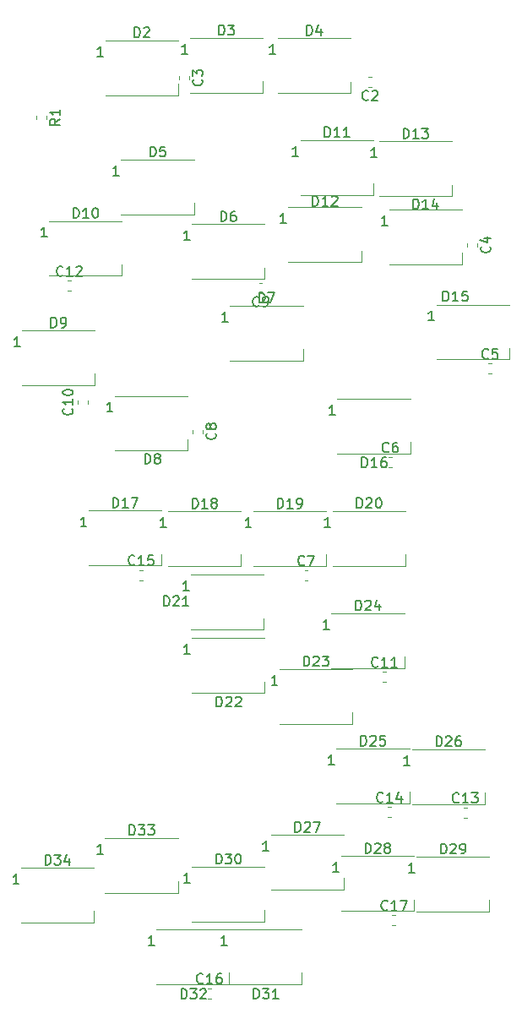
<source format=gbr>
%TF.GenerationSoftware,KiCad,Pcbnew,(5.1.6)-1*%
%TF.CreationDate,2020-12-18T20:13:03+11:00*%
%TF.ProjectId,SIM PWR PCB V2,53494d20-5057-4522-9050-43422056322e,rev?*%
%TF.SameCoordinates,Original*%
%TF.FileFunction,Legend,Top*%
%TF.FilePolarity,Positive*%
%FSLAX46Y46*%
G04 Gerber Fmt 4.6, Leading zero omitted, Abs format (unit mm)*
G04 Created by KiCad (PCBNEW (5.1.6)-1) date 2020-12-18 20:13:03*
%MOMM*%
%LPD*%
G01*
G04 APERTURE LIST*
%ADD10C,0.120000*%
%ADD11C,0.150000*%
G04 APERTURE END LIST*
D10*
%TO.C,R1*%
X100820760Y-58310661D02*
X100820760Y-58636219D01*
X101840760Y-58310661D02*
X101840760Y-58636219D01*
%TO.C,C17*%
X136519601Y-139427680D02*
X136845159Y-139427680D01*
X136519601Y-138407680D02*
X136845159Y-138407680D01*
%TO.C,C16*%
X118023521Y-146763200D02*
X118349079Y-146763200D01*
X118023521Y-145743200D02*
X118349079Y-145743200D01*
%TO.C,C15*%
X111178021Y-104845580D02*
X111503579Y-104845580D01*
X111178021Y-103825580D02*
X111503579Y-103825580D01*
%TO.C,C14*%
X136077841Y-128609820D02*
X136403399Y-128609820D01*
X136077841Y-127589820D02*
X136403399Y-127589820D01*
%TO.C,C13*%
X143662081Y-128653000D02*
X143987639Y-128653000D01*
X143662081Y-127633000D02*
X143987639Y-127633000D01*
%TO.C,C12*%
X103977321Y-75866720D02*
X104302879Y-75866720D01*
X103977321Y-74846720D02*
X104302879Y-74846720D01*
%TO.C,C11*%
X135569641Y-115048760D02*
X135895199Y-115048760D01*
X135569641Y-114028760D02*
X135895199Y-114028760D01*
%TO.C,C10*%
X105991120Y-87168039D02*
X105991120Y-86842481D01*
X104971120Y-87168039D02*
X104971120Y-86842481D01*
%TO.C,C9*%
X123487499Y-75032140D02*
X123161941Y-75032140D01*
X123487499Y-76052140D02*
X123161941Y-76052140D01*
%TO.C,C8*%
X116467160Y-89788781D02*
X116467160Y-90114339D01*
X117487160Y-89788781D02*
X117487160Y-90114339D01*
%TO.C,C7*%
X127726121Y-104873520D02*
X128051679Y-104873520D01*
X127726121Y-103853520D02*
X128051679Y-103853520D01*
%TO.C,C6*%
X136164001Y-93527340D02*
X136489559Y-93527340D01*
X136164001Y-92507340D02*
X136489559Y-92507340D01*
%TO.C,C5*%
X146156361Y-84157280D02*
X146481919Y-84157280D01*
X146156361Y-83137280D02*
X146481919Y-83137280D01*
%TO.C,C4*%
X143990600Y-71076601D02*
X143990600Y-71402159D01*
X145010600Y-71076601D02*
X145010600Y-71402159D01*
%TO.C,C3*%
X115123500Y-54338001D02*
X115123500Y-54663559D01*
X116143500Y-54338001D02*
X116143500Y-54663559D01*
%TO.C,C2*%
X134465179Y-54379400D02*
X134139621Y-54379400D01*
X134465179Y-55399400D02*
X134139621Y-55399400D01*
%TO.C,D34*%
X99310000Y-133673000D02*
X106610000Y-133673000D01*
X99310000Y-139173000D02*
X106610000Y-139173000D01*
X106610000Y-139173000D02*
X106610000Y-138023000D01*
%TO.C,D33*%
X107743000Y-130676000D02*
X115043000Y-130676000D01*
X107743000Y-136176000D02*
X115043000Y-136176000D01*
X115043000Y-136176000D02*
X115043000Y-135026000D01*
%TO.C,D32*%
X112874000Y-139820000D02*
X120174000Y-139820000D01*
X112874000Y-145320000D02*
X120174000Y-145320000D01*
X120174000Y-145320000D02*
X120174000Y-144170000D01*
%TO.C,D31*%
X120161000Y-139820000D02*
X127461000Y-139820000D01*
X120161000Y-145320000D02*
X127461000Y-145320000D01*
X127461000Y-145320000D02*
X127461000Y-144170000D01*
%TO.C,D30*%
X116441000Y-133572000D02*
X123741000Y-133572000D01*
X116441000Y-139072000D02*
X123741000Y-139072000D01*
X123741000Y-139072000D02*
X123741000Y-137922000D01*
%TO.C,D29*%
X138957000Y-132556000D02*
X146257000Y-132556000D01*
X138957000Y-138056000D02*
X146257000Y-138056000D01*
X146257000Y-138056000D02*
X146257000Y-136906000D01*
%TO.C,D28*%
X131388000Y-132505000D02*
X138688000Y-132505000D01*
X131388000Y-138005000D02*
X138688000Y-138005000D01*
X138688000Y-138005000D02*
X138688000Y-136855000D01*
%TO.C,D27*%
X124342040Y-130371000D02*
X131642040Y-130371000D01*
X124342040Y-135871000D02*
X131642040Y-135871000D01*
X131642040Y-135871000D02*
X131642040Y-134721000D01*
%TO.C,D26*%
X138500000Y-121786000D02*
X145800000Y-121786000D01*
X138500000Y-127286000D02*
X145800000Y-127286000D01*
X145800000Y-127286000D02*
X145800000Y-126136000D01*
%TO.C,D25*%
X130931000Y-121735000D02*
X138231000Y-121735000D01*
X130931000Y-127235000D02*
X138231000Y-127235000D01*
X138231000Y-127235000D02*
X138231000Y-126085000D01*
%TO.C,D24*%
X130423000Y-108172000D02*
X137723000Y-108172000D01*
X130423000Y-113672000D02*
X137723000Y-113672000D01*
X137723000Y-113672000D02*
X137723000Y-112522000D01*
%TO.C,D23*%
X125218000Y-113760000D02*
X132518000Y-113760000D01*
X125218000Y-119260000D02*
X132518000Y-119260000D01*
X132518000Y-119260000D02*
X132518000Y-118110000D01*
%TO.C,D22*%
X116430000Y-110661000D02*
X123730000Y-110661000D01*
X116430000Y-116161000D02*
X123730000Y-116161000D01*
X123730000Y-116161000D02*
X123730000Y-115011000D01*
%TO.C,D21*%
X116351000Y-104311000D02*
X123651000Y-104311000D01*
X116351000Y-109811000D02*
X123651000Y-109811000D01*
X123651000Y-109811000D02*
X123651000Y-108661000D01*
%TO.C,D20*%
X130524000Y-97910000D02*
X137824000Y-97910000D01*
X130524000Y-103410000D02*
X137824000Y-103410000D01*
X137824000Y-103410000D02*
X137824000Y-102260000D01*
%TO.C,D19*%
X122588000Y-97936000D02*
X129888000Y-97936000D01*
X122588000Y-103436000D02*
X129888000Y-103436000D01*
X129888000Y-103436000D02*
X129888000Y-102286000D01*
%TO.C,D18*%
X114054000Y-97936000D02*
X121354000Y-97936000D01*
X114054000Y-103436000D02*
X121354000Y-103436000D01*
X121354000Y-103436000D02*
X121354000Y-102286000D01*
%TO.C,D17*%
X106078000Y-97885000D02*
X113378000Y-97885000D01*
X106078000Y-103385000D02*
X113378000Y-103385000D01*
X113378000Y-103385000D02*
X113378000Y-102235000D01*
%TO.C,D16*%
X131009000Y-86683200D02*
X138309000Y-86683200D01*
X131009000Y-92183200D02*
X138309000Y-92183200D01*
X138309000Y-92183200D02*
X138309000Y-91033200D01*
%TO.C,D15*%
X140938000Y-77234400D02*
X148238000Y-77234400D01*
X140938000Y-82734400D02*
X148238000Y-82734400D01*
X148238000Y-82734400D02*
X148238000Y-81584400D01*
%TO.C,D14*%
X136242000Y-67684000D02*
X143542000Y-67684000D01*
X136242000Y-73184000D02*
X143542000Y-73184000D01*
X143542000Y-73184000D02*
X143542000Y-72034000D01*
%TO.C,D13*%
X135198000Y-60876800D02*
X142498000Y-60876800D01*
X135198000Y-66376800D02*
X142498000Y-66376800D01*
X142498000Y-66376800D02*
X142498000Y-65226800D01*
%TO.C,D12*%
X126105000Y-67480800D02*
X133405000Y-67480800D01*
X126105000Y-72980800D02*
X133405000Y-72980800D01*
X133405000Y-72980800D02*
X133405000Y-71830800D01*
%TO.C,D11*%
X127312000Y-60750000D02*
X134612000Y-60750000D01*
X127312000Y-66250000D02*
X134612000Y-66250000D01*
X134612000Y-66250000D02*
X134612000Y-65100000D01*
%TO.C,D10*%
X102127000Y-68852400D02*
X109427000Y-68852400D01*
X102127000Y-74352400D02*
X109427000Y-74352400D01*
X109427000Y-74352400D02*
X109427000Y-73202400D01*
%TO.C,D9*%
X99412000Y-79825600D02*
X106712000Y-79825600D01*
X99412000Y-85325600D02*
X106712000Y-85325600D01*
X106712000Y-85325600D02*
X106712000Y-84175600D01*
%TO.C,D8*%
X108708000Y-86378400D02*
X116008000Y-86378400D01*
X108708000Y-91878400D02*
X116008000Y-91878400D01*
X116008000Y-91878400D02*
X116008000Y-90728400D01*
%TO.C,D7*%
X120263000Y-77336000D02*
X127563000Y-77336000D01*
X120263000Y-82836000D02*
X127563000Y-82836000D01*
X127563000Y-82836000D02*
X127563000Y-81686000D01*
%TO.C,D6*%
X116441000Y-69182800D02*
X123741000Y-69182800D01*
X116441000Y-74682800D02*
X123741000Y-74682800D01*
X123741000Y-74682800D02*
X123741000Y-73532800D01*
%TO.C,D5*%
X109341000Y-62705600D02*
X116641000Y-62705600D01*
X109341000Y-68205600D02*
X116641000Y-68205600D01*
X116641000Y-68205600D02*
X116641000Y-67055600D01*
%TO.C,D4*%
X125026000Y-50539200D02*
X132326000Y-50539200D01*
X125026000Y-56039200D02*
X132326000Y-56039200D01*
X132326000Y-56039200D02*
X132326000Y-54889200D01*
%TO.C,D3*%
X116226000Y-50513600D02*
X123526000Y-50513600D01*
X116226000Y-56013600D02*
X123526000Y-56013600D01*
X123526000Y-56013600D02*
X123526000Y-54863600D01*
%TO.C,D2*%
X107754000Y-50742400D02*
X115054000Y-50742400D01*
X107754000Y-56242400D02*
X115054000Y-56242400D01*
X115054000Y-56242400D02*
X115054000Y-55092400D01*
%TO.C,R1*%
D11*
X103213140Y-58640106D02*
X102736950Y-58973440D01*
X103213140Y-59211535D02*
X102213140Y-59211535D01*
X102213140Y-58830582D01*
X102260760Y-58735344D01*
X102308379Y-58687725D01*
X102403617Y-58640106D01*
X102546474Y-58640106D01*
X102641712Y-58687725D01*
X102689331Y-58735344D01*
X102736950Y-58830582D01*
X102736950Y-59211535D01*
X103213140Y-57687725D02*
X103213140Y-58259154D01*
X103213140Y-57973440D02*
X102213140Y-57973440D01*
X102355998Y-58068678D01*
X102451236Y-58163916D01*
X102498855Y-58259154D01*
%TO.C,C17*%
X136039522Y-137844822D02*
X135991903Y-137892441D01*
X135849046Y-137940060D01*
X135753808Y-137940060D01*
X135610951Y-137892441D01*
X135515713Y-137797203D01*
X135468094Y-137701965D01*
X135420475Y-137511489D01*
X135420475Y-137368632D01*
X135468094Y-137178156D01*
X135515713Y-137082918D01*
X135610951Y-136987680D01*
X135753808Y-136940060D01*
X135849046Y-136940060D01*
X135991903Y-136987680D01*
X136039522Y-137035299D01*
X136991903Y-137940060D02*
X136420475Y-137940060D01*
X136706189Y-137940060D02*
X136706189Y-136940060D01*
X136610951Y-137082918D01*
X136515713Y-137178156D01*
X136420475Y-137225775D01*
X137325237Y-136940060D02*
X137991903Y-136940060D01*
X137563332Y-137940060D01*
%TO.C,C16*%
X117543442Y-145180342D02*
X117495823Y-145227961D01*
X117352966Y-145275580D01*
X117257728Y-145275580D01*
X117114871Y-145227961D01*
X117019633Y-145132723D01*
X116972014Y-145037485D01*
X116924395Y-144847009D01*
X116924395Y-144704152D01*
X116972014Y-144513676D01*
X117019633Y-144418438D01*
X117114871Y-144323200D01*
X117257728Y-144275580D01*
X117352966Y-144275580D01*
X117495823Y-144323200D01*
X117543442Y-144370819D01*
X118495823Y-145275580D02*
X117924395Y-145275580D01*
X118210109Y-145275580D02*
X118210109Y-144275580D01*
X118114871Y-144418438D01*
X118019633Y-144513676D01*
X117924395Y-144561295D01*
X119352966Y-144275580D02*
X119162490Y-144275580D01*
X119067252Y-144323200D01*
X119019633Y-144370819D01*
X118924395Y-144513676D01*
X118876776Y-144704152D01*
X118876776Y-145085104D01*
X118924395Y-145180342D01*
X118972014Y-145227961D01*
X119067252Y-145275580D01*
X119257728Y-145275580D01*
X119352966Y-145227961D01*
X119400585Y-145180342D01*
X119448204Y-145085104D01*
X119448204Y-144847009D01*
X119400585Y-144751771D01*
X119352966Y-144704152D01*
X119257728Y-144656533D01*
X119067252Y-144656533D01*
X118972014Y-144704152D01*
X118924395Y-144751771D01*
X118876776Y-144847009D01*
%TO.C,C15*%
X110697942Y-103262722D02*
X110650323Y-103310341D01*
X110507466Y-103357960D01*
X110412228Y-103357960D01*
X110269371Y-103310341D01*
X110174133Y-103215103D01*
X110126514Y-103119865D01*
X110078895Y-102929389D01*
X110078895Y-102786532D01*
X110126514Y-102596056D01*
X110174133Y-102500818D01*
X110269371Y-102405580D01*
X110412228Y-102357960D01*
X110507466Y-102357960D01*
X110650323Y-102405580D01*
X110697942Y-102453199D01*
X111650323Y-103357960D02*
X111078895Y-103357960D01*
X111364609Y-103357960D02*
X111364609Y-102357960D01*
X111269371Y-102500818D01*
X111174133Y-102596056D01*
X111078895Y-102643675D01*
X112555085Y-102357960D02*
X112078895Y-102357960D01*
X112031276Y-102834151D01*
X112078895Y-102786532D01*
X112174133Y-102738913D01*
X112412228Y-102738913D01*
X112507466Y-102786532D01*
X112555085Y-102834151D01*
X112602704Y-102929389D01*
X112602704Y-103167484D01*
X112555085Y-103262722D01*
X112507466Y-103310341D01*
X112412228Y-103357960D01*
X112174133Y-103357960D01*
X112078895Y-103310341D01*
X112031276Y-103262722D01*
%TO.C,C14*%
X135597762Y-127026962D02*
X135550143Y-127074581D01*
X135407286Y-127122200D01*
X135312048Y-127122200D01*
X135169191Y-127074581D01*
X135073953Y-126979343D01*
X135026334Y-126884105D01*
X134978715Y-126693629D01*
X134978715Y-126550772D01*
X135026334Y-126360296D01*
X135073953Y-126265058D01*
X135169191Y-126169820D01*
X135312048Y-126122200D01*
X135407286Y-126122200D01*
X135550143Y-126169820D01*
X135597762Y-126217439D01*
X136550143Y-127122200D02*
X135978715Y-127122200D01*
X136264429Y-127122200D02*
X136264429Y-126122200D01*
X136169191Y-126265058D01*
X136073953Y-126360296D01*
X135978715Y-126407915D01*
X137407286Y-126455534D02*
X137407286Y-127122200D01*
X137169191Y-126074581D02*
X136931096Y-126788867D01*
X137550143Y-126788867D01*
%TO.C,C13*%
X143182002Y-127070142D02*
X143134383Y-127117761D01*
X142991526Y-127165380D01*
X142896288Y-127165380D01*
X142753431Y-127117761D01*
X142658193Y-127022523D01*
X142610574Y-126927285D01*
X142562955Y-126736809D01*
X142562955Y-126593952D01*
X142610574Y-126403476D01*
X142658193Y-126308238D01*
X142753431Y-126213000D01*
X142896288Y-126165380D01*
X142991526Y-126165380D01*
X143134383Y-126213000D01*
X143182002Y-126260619D01*
X144134383Y-127165380D02*
X143562955Y-127165380D01*
X143848669Y-127165380D02*
X143848669Y-126165380D01*
X143753431Y-126308238D01*
X143658193Y-126403476D01*
X143562955Y-126451095D01*
X144467717Y-126165380D02*
X145086764Y-126165380D01*
X144753431Y-126546333D01*
X144896288Y-126546333D01*
X144991526Y-126593952D01*
X145039145Y-126641571D01*
X145086764Y-126736809D01*
X145086764Y-126974904D01*
X145039145Y-127070142D01*
X144991526Y-127117761D01*
X144896288Y-127165380D01*
X144610574Y-127165380D01*
X144515336Y-127117761D01*
X144467717Y-127070142D01*
%TO.C,C12*%
X103497242Y-74283862D02*
X103449623Y-74331481D01*
X103306766Y-74379100D01*
X103211528Y-74379100D01*
X103068671Y-74331481D01*
X102973433Y-74236243D01*
X102925814Y-74141005D01*
X102878195Y-73950529D01*
X102878195Y-73807672D01*
X102925814Y-73617196D01*
X102973433Y-73521958D01*
X103068671Y-73426720D01*
X103211528Y-73379100D01*
X103306766Y-73379100D01*
X103449623Y-73426720D01*
X103497242Y-73474339D01*
X104449623Y-74379100D02*
X103878195Y-74379100D01*
X104163909Y-74379100D02*
X104163909Y-73379100D01*
X104068671Y-73521958D01*
X103973433Y-73617196D01*
X103878195Y-73664815D01*
X104830576Y-73474339D02*
X104878195Y-73426720D01*
X104973433Y-73379100D01*
X105211528Y-73379100D01*
X105306766Y-73426720D01*
X105354385Y-73474339D01*
X105402004Y-73569577D01*
X105402004Y-73664815D01*
X105354385Y-73807672D01*
X104782957Y-74379100D01*
X105402004Y-74379100D01*
%TO.C,C11*%
X135089562Y-113465902D02*
X135041943Y-113513521D01*
X134899086Y-113561140D01*
X134803848Y-113561140D01*
X134660991Y-113513521D01*
X134565753Y-113418283D01*
X134518134Y-113323045D01*
X134470515Y-113132569D01*
X134470515Y-112989712D01*
X134518134Y-112799236D01*
X134565753Y-112703998D01*
X134660991Y-112608760D01*
X134803848Y-112561140D01*
X134899086Y-112561140D01*
X135041943Y-112608760D01*
X135089562Y-112656379D01*
X136041943Y-113561140D02*
X135470515Y-113561140D01*
X135756229Y-113561140D02*
X135756229Y-112561140D01*
X135660991Y-112703998D01*
X135565753Y-112799236D01*
X135470515Y-112846855D01*
X136994324Y-113561140D02*
X136422896Y-113561140D01*
X136708610Y-113561140D02*
X136708610Y-112561140D01*
X136613372Y-112703998D01*
X136518134Y-112799236D01*
X136422896Y-112846855D01*
%TO.C,C10*%
X104408262Y-87648117D02*
X104455881Y-87695736D01*
X104503500Y-87838593D01*
X104503500Y-87933831D01*
X104455881Y-88076688D01*
X104360643Y-88171926D01*
X104265405Y-88219545D01*
X104074929Y-88267164D01*
X103932072Y-88267164D01*
X103741596Y-88219545D01*
X103646358Y-88171926D01*
X103551120Y-88076688D01*
X103503500Y-87933831D01*
X103503500Y-87838593D01*
X103551120Y-87695736D01*
X103598739Y-87648117D01*
X104503500Y-86695736D02*
X104503500Y-87267164D01*
X104503500Y-86981450D02*
X103503500Y-86981450D01*
X103646358Y-87076688D01*
X103741596Y-87171926D01*
X103789215Y-87267164D01*
X103503500Y-86076688D02*
X103503500Y-85981450D01*
X103551120Y-85886212D01*
X103598739Y-85838593D01*
X103693977Y-85790974D01*
X103884453Y-85743355D01*
X104122548Y-85743355D01*
X104313024Y-85790974D01*
X104408262Y-85838593D01*
X104455881Y-85886212D01*
X104503500Y-85981450D01*
X104503500Y-86076688D01*
X104455881Y-86171926D01*
X104408262Y-86219545D01*
X104313024Y-86267164D01*
X104122548Y-86314783D01*
X103884453Y-86314783D01*
X103693977Y-86267164D01*
X103598739Y-86219545D01*
X103551120Y-86171926D01*
X103503500Y-86076688D01*
%TO.C,C9*%
X123158053Y-77329282D02*
X123110434Y-77376901D01*
X122967577Y-77424520D01*
X122872339Y-77424520D01*
X122729481Y-77376901D01*
X122634243Y-77281663D01*
X122586624Y-77186425D01*
X122539005Y-76995949D01*
X122539005Y-76853092D01*
X122586624Y-76662616D01*
X122634243Y-76567378D01*
X122729481Y-76472140D01*
X122872339Y-76424520D01*
X122967577Y-76424520D01*
X123110434Y-76472140D01*
X123158053Y-76519759D01*
X123634243Y-77424520D02*
X123824720Y-77424520D01*
X123919958Y-77376901D01*
X123967577Y-77329282D01*
X124062815Y-77186425D01*
X124110434Y-76995949D01*
X124110434Y-76614997D01*
X124062815Y-76519759D01*
X124015196Y-76472140D01*
X123919958Y-76424520D01*
X123729481Y-76424520D01*
X123634243Y-76472140D01*
X123586624Y-76519759D01*
X123539005Y-76614997D01*
X123539005Y-76853092D01*
X123586624Y-76948330D01*
X123634243Y-76995949D01*
X123729481Y-77043568D01*
X123919958Y-77043568D01*
X124015196Y-76995949D01*
X124062815Y-76948330D01*
X124110434Y-76853092D01*
%TO.C,C8*%
X118764302Y-90118226D02*
X118811921Y-90165845D01*
X118859540Y-90308702D01*
X118859540Y-90403940D01*
X118811921Y-90546798D01*
X118716683Y-90642036D01*
X118621445Y-90689655D01*
X118430969Y-90737274D01*
X118288112Y-90737274D01*
X118097636Y-90689655D01*
X118002398Y-90642036D01*
X117907160Y-90546798D01*
X117859540Y-90403940D01*
X117859540Y-90308702D01*
X117907160Y-90165845D01*
X117954779Y-90118226D01*
X118288112Y-89546798D02*
X118240493Y-89642036D01*
X118192874Y-89689655D01*
X118097636Y-89737274D01*
X118050017Y-89737274D01*
X117954779Y-89689655D01*
X117907160Y-89642036D01*
X117859540Y-89546798D01*
X117859540Y-89356321D01*
X117907160Y-89261083D01*
X117954779Y-89213464D01*
X118050017Y-89165845D01*
X118097636Y-89165845D01*
X118192874Y-89213464D01*
X118240493Y-89261083D01*
X118288112Y-89356321D01*
X118288112Y-89546798D01*
X118335731Y-89642036D01*
X118383350Y-89689655D01*
X118478588Y-89737274D01*
X118669064Y-89737274D01*
X118764302Y-89689655D01*
X118811921Y-89642036D01*
X118859540Y-89546798D01*
X118859540Y-89356321D01*
X118811921Y-89261083D01*
X118764302Y-89213464D01*
X118669064Y-89165845D01*
X118478588Y-89165845D01*
X118383350Y-89213464D01*
X118335731Y-89261083D01*
X118288112Y-89356321D01*
%TO.C,C7*%
X127722233Y-103290662D02*
X127674614Y-103338281D01*
X127531757Y-103385900D01*
X127436519Y-103385900D01*
X127293661Y-103338281D01*
X127198423Y-103243043D01*
X127150804Y-103147805D01*
X127103185Y-102957329D01*
X127103185Y-102814472D01*
X127150804Y-102623996D01*
X127198423Y-102528758D01*
X127293661Y-102433520D01*
X127436519Y-102385900D01*
X127531757Y-102385900D01*
X127674614Y-102433520D01*
X127722233Y-102481139D01*
X128055566Y-102385900D02*
X128722233Y-102385900D01*
X128293661Y-103385900D01*
%TO.C,C6*%
X136160113Y-91944482D02*
X136112494Y-91992101D01*
X135969637Y-92039720D01*
X135874399Y-92039720D01*
X135731541Y-91992101D01*
X135636303Y-91896863D01*
X135588684Y-91801625D01*
X135541065Y-91611149D01*
X135541065Y-91468292D01*
X135588684Y-91277816D01*
X135636303Y-91182578D01*
X135731541Y-91087340D01*
X135874399Y-91039720D01*
X135969637Y-91039720D01*
X136112494Y-91087340D01*
X136160113Y-91134959D01*
X137017256Y-91039720D02*
X136826780Y-91039720D01*
X136731541Y-91087340D01*
X136683922Y-91134959D01*
X136588684Y-91277816D01*
X136541065Y-91468292D01*
X136541065Y-91849244D01*
X136588684Y-91944482D01*
X136636303Y-91992101D01*
X136731541Y-92039720D01*
X136922018Y-92039720D01*
X137017256Y-91992101D01*
X137064875Y-91944482D01*
X137112494Y-91849244D01*
X137112494Y-91611149D01*
X137064875Y-91515911D01*
X137017256Y-91468292D01*
X136922018Y-91420673D01*
X136731541Y-91420673D01*
X136636303Y-91468292D01*
X136588684Y-91515911D01*
X136541065Y-91611149D01*
%TO.C,C5*%
X146152473Y-82574422D02*
X146104854Y-82622041D01*
X145961997Y-82669660D01*
X145866759Y-82669660D01*
X145723901Y-82622041D01*
X145628663Y-82526803D01*
X145581044Y-82431565D01*
X145533425Y-82241089D01*
X145533425Y-82098232D01*
X145581044Y-81907756D01*
X145628663Y-81812518D01*
X145723901Y-81717280D01*
X145866759Y-81669660D01*
X145961997Y-81669660D01*
X146104854Y-81717280D01*
X146152473Y-81764899D01*
X147057235Y-81669660D02*
X146581044Y-81669660D01*
X146533425Y-82145851D01*
X146581044Y-82098232D01*
X146676282Y-82050613D01*
X146914378Y-82050613D01*
X147009616Y-82098232D01*
X147057235Y-82145851D01*
X147104854Y-82241089D01*
X147104854Y-82479184D01*
X147057235Y-82574422D01*
X147009616Y-82622041D01*
X146914378Y-82669660D01*
X146676282Y-82669660D01*
X146581044Y-82622041D01*
X146533425Y-82574422D01*
%TO.C,C4*%
X146287742Y-71406046D02*
X146335361Y-71453665D01*
X146382980Y-71596522D01*
X146382980Y-71691760D01*
X146335361Y-71834618D01*
X146240123Y-71929856D01*
X146144885Y-71977475D01*
X145954409Y-72025094D01*
X145811552Y-72025094D01*
X145621076Y-71977475D01*
X145525838Y-71929856D01*
X145430600Y-71834618D01*
X145382980Y-71691760D01*
X145382980Y-71596522D01*
X145430600Y-71453665D01*
X145478219Y-71406046D01*
X145716314Y-70548903D02*
X146382980Y-70548903D01*
X145335361Y-70786999D02*
X146049647Y-71025094D01*
X146049647Y-70406046D01*
%TO.C,C3*%
X117420642Y-54667446D02*
X117468261Y-54715065D01*
X117515880Y-54857922D01*
X117515880Y-54953160D01*
X117468261Y-55096018D01*
X117373023Y-55191256D01*
X117277785Y-55238875D01*
X117087309Y-55286494D01*
X116944452Y-55286494D01*
X116753976Y-55238875D01*
X116658738Y-55191256D01*
X116563500Y-55096018D01*
X116515880Y-54953160D01*
X116515880Y-54857922D01*
X116563500Y-54715065D01*
X116611119Y-54667446D01*
X116515880Y-54334113D02*
X116515880Y-53715065D01*
X116896833Y-54048399D01*
X116896833Y-53905541D01*
X116944452Y-53810303D01*
X116992071Y-53762684D01*
X117087309Y-53715065D01*
X117325404Y-53715065D01*
X117420642Y-53762684D01*
X117468261Y-53810303D01*
X117515880Y-53905541D01*
X117515880Y-54191256D01*
X117468261Y-54286494D01*
X117420642Y-54334113D01*
%TO.C,C2*%
X134135733Y-56676542D02*
X134088114Y-56724161D01*
X133945257Y-56771780D01*
X133850019Y-56771780D01*
X133707161Y-56724161D01*
X133611923Y-56628923D01*
X133564304Y-56533685D01*
X133516685Y-56343209D01*
X133516685Y-56200352D01*
X133564304Y-56009876D01*
X133611923Y-55914638D01*
X133707161Y-55819400D01*
X133850019Y-55771780D01*
X133945257Y-55771780D01*
X134088114Y-55819400D01*
X134135733Y-55867019D01*
X134516685Y-55867019D02*
X134564304Y-55819400D01*
X134659542Y-55771780D01*
X134897638Y-55771780D01*
X134992876Y-55819400D01*
X135040495Y-55867019D01*
X135088114Y-55962257D01*
X135088114Y-56057495D01*
X135040495Y-56200352D01*
X134469066Y-56771780D01*
X135088114Y-56771780D01*
%TO.C,D34*%
X101745714Y-133375380D02*
X101745714Y-132375380D01*
X101983809Y-132375380D01*
X102126666Y-132423000D01*
X102221904Y-132518238D01*
X102269523Y-132613476D01*
X102317142Y-132803952D01*
X102317142Y-132946809D01*
X102269523Y-133137285D01*
X102221904Y-133232523D01*
X102126666Y-133327761D01*
X101983809Y-133375380D01*
X101745714Y-133375380D01*
X102650476Y-132375380D02*
X103269523Y-132375380D01*
X102936190Y-132756333D01*
X103079047Y-132756333D01*
X103174285Y-132803952D01*
X103221904Y-132851571D01*
X103269523Y-132946809D01*
X103269523Y-133184904D01*
X103221904Y-133280142D01*
X103174285Y-133327761D01*
X103079047Y-133375380D01*
X102793333Y-133375380D01*
X102698095Y-133327761D01*
X102650476Y-133280142D01*
X104126666Y-132708714D02*
X104126666Y-133375380D01*
X103888571Y-132327761D02*
X103650476Y-133042047D01*
X104269523Y-133042047D01*
X99095714Y-135275380D02*
X98524285Y-135275380D01*
X98810000Y-135275380D02*
X98810000Y-134275380D01*
X98714761Y-134418238D01*
X98619523Y-134513476D01*
X98524285Y-134561095D01*
%TO.C,D33*%
X110178714Y-130378380D02*
X110178714Y-129378380D01*
X110416809Y-129378380D01*
X110559666Y-129426000D01*
X110654904Y-129521238D01*
X110702523Y-129616476D01*
X110750142Y-129806952D01*
X110750142Y-129949809D01*
X110702523Y-130140285D01*
X110654904Y-130235523D01*
X110559666Y-130330761D01*
X110416809Y-130378380D01*
X110178714Y-130378380D01*
X111083476Y-129378380D02*
X111702523Y-129378380D01*
X111369190Y-129759333D01*
X111512047Y-129759333D01*
X111607285Y-129806952D01*
X111654904Y-129854571D01*
X111702523Y-129949809D01*
X111702523Y-130187904D01*
X111654904Y-130283142D01*
X111607285Y-130330761D01*
X111512047Y-130378380D01*
X111226333Y-130378380D01*
X111131095Y-130330761D01*
X111083476Y-130283142D01*
X112035857Y-129378380D02*
X112654904Y-129378380D01*
X112321571Y-129759333D01*
X112464428Y-129759333D01*
X112559666Y-129806952D01*
X112607285Y-129854571D01*
X112654904Y-129949809D01*
X112654904Y-130187904D01*
X112607285Y-130283142D01*
X112559666Y-130330761D01*
X112464428Y-130378380D01*
X112178714Y-130378380D01*
X112083476Y-130330761D01*
X112035857Y-130283142D01*
X107528714Y-132278380D02*
X106957285Y-132278380D01*
X107243000Y-132278380D02*
X107243000Y-131278380D01*
X107147761Y-131421238D01*
X107052523Y-131516476D01*
X106957285Y-131564095D01*
%TO.C,D32*%
X115371714Y-146807180D02*
X115371714Y-145807180D01*
X115609809Y-145807180D01*
X115752666Y-145854800D01*
X115847904Y-145950038D01*
X115895523Y-146045276D01*
X115943142Y-146235752D01*
X115943142Y-146378609D01*
X115895523Y-146569085D01*
X115847904Y-146664323D01*
X115752666Y-146759561D01*
X115609809Y-146807180D01*
X115371714Y-146807180D01*
X116276476Y-145807180D02*
X116895523Y-145807180D01*
X116562190Y-146188133D01*
X116705047Y-146188133D01*
X116800285Y-146235752D01*
X116847904Y-146283371D01*
X116895523Y-146378609D01*
X116895523Y-146616704D01*
X116847904Y-146711942D01*
X116800285Y-146759561D01*
X116705047Y-146807180D01*
X116419333Y-146807180D01*
X116324095Y-146759561D01*
X116276476Y-146711942D01*
X117276476Y-145902419D02*
X117324095Y-145854800D01*
X117419333Y-145807180D01*
X117657428Y-145807180D01*
X117752666Y-145854800D01*
X117800285Y-145902419D01*
X117847904Y-145997657D01*
X117847904Y-146092895D01*
X117800285Y-146235752D01*
X117228857Y-146807180D01*
X117847904Y-146807180D01*
X112659714Y-141422380D02*
X112088285Y-141422380D01*
X112374000Y-141422380D02*
X112374000Y-140422380D01*
X112278761Y-140565238D01*
X112183523Y-140660476D01*
X112088285Y-140708095D01*
%TO.C,D31*%
X122636114Y-146781780D02*
X122636114Y-145781780D01*
X122874209Y-145781780D01*
X123017066Y-145829400D01*
X123112304Y-145924638D01*
X123159923Y-146019876D01*
X123207542Y-146210352D01*
X123207542Y-146353209D01*
X123159923Y-146543685D01*
X123112304Y-146638923D01*
X123017066Y-146734161D01*
X122874209Y-146781780D01*
X122636114Y-146781780D01*
X123540876Y-145781780D02*
X124159923Y-145781780D01*
X123826590Y-146162733D01*
X123969447Y-146162733D01*
X124064685Y-146210352D01*
X124112304Y-146257971D01*
X124159923Y-146353209D01*
X124159923Y-146591304D01*
X124112304Y-146686542D01*
X124064685Y-146734161D01*
X123969447Y-146781780D01*
X123683733Y-146781780D01*
X123588495Y-146734161D01*
X123540876Y-146686542D01*
X125112304Y-146781780D02*
X124540876Y-146781780D01*
X124826590Y-146781780D02*
X124826590Y-145781780D01*
X124731352Y-145924638D01*
X124636114Y-146019876D01*
X124540876Y-146067495D01*
X119946714Y-141422380D02*
X119375285Y-141422380D01*
X119661000Y-141422380D02*
X119661000Y-140422380D01*
X119565761Y-140565238D01*
X119470523Y-140660476D01*
X119375285Y-140708095D01*
%TO.C,D30*%
X118876714Y-133274380D02*
X118876714Y-132274380D01*
X119114809Y-132274380D01*
X119257666Y-132322000D01*
X119352904Y-132417238D01*
X119400523Y-132512476D01*
X119448142Y-132702952D01*
X119448142Y-132845809D01*
X119400523Y-133036285D01*
X119352904Y-133131523D01*
X119257666Y-133226761D01*
X119114809Y-133274380D01*
X118876714Y-133274380D01*
X119781476Y-132274380D02*
X120400523Y-132274380D01*
X120067190Y-132655333D01*
X120210047Y-132655333D01*
X120305285Y-132702952D01*
X120352904Y-132750571D01*
X120400523Y-132845809D01*
X120400523Y-133083904D01*
X120352904Y-133179142D01*
X120305285Y-133226761D01*
X120210047Y-133274380D01*
X119924333Y-133274380D01*
X119829095Y-133226761D01*
X119781476Y-133179142D01*
X121019571Y-132274380D02*
X121114809Y-132274380D01*
X121210047Y-132322000D01*
X121257666Y-132369619D01*
X121305285Y-132464857D01*
X121352904Y-132655333D01*
X121352904Y-132893428D01*
X121305285Y-133083904D01*
X121257666Y-133179142D01*
X121210047Y-133226761D01*
X121114809Y-133274380D01*
X121019571Y-133274380D01*
X120924333Y-133226761D01*
X120876714Y-133179142D01*
X120829095Y-133083904D01*
X120781476Y-132893428D01*
X120781476Y-132655333D01*
X120829095Y-132464857D01*
X120876714Y-132369619D01*
X120924333Y-132322000D01*
X121019571Y-132274380D01*
X116226714Y-135174380D02*
X115655285Y-135174380D01*
X115941000Y-135174380D02*
X115941000Y-134174380D01*
X115845761Y-134317238D01*
X115750523Y-134412476D01*
X115655285Y-134460095D01*
%TO.C,D29*%
X141392714Y-132258380D02*
X141392714Y-131258380D01*
X141630809Y-131258380D01*
X141773666Y-131306000D01*
X141868904Y-131401238D01*
X141916523Y-131496476D01*
X141964142Y-131686952D01*
X141964142Y-131829809D01*
X141916523Y-132020285D01*
X141868904Y-132115523D01*
X141773666Y-132210761D01*
X141630809Y-132258380D01*
X141392714Y-132258380D01*
X142345095Y-131353619D02*
X142392714Y-131306000D01*
X142487952Y-131258380D01*
X142726047Y-131258380D01*
X142821285Y-131306000D01*
X142868904Y-131353619D01*
X142916523Y-131448857D01*
X142916523Y-131544095D01*
X142868904Y-131686952D01*
X142297476Y-132258380D01*
X142916523Y-132258380D01*
X143392714Y-132258380D02*
X143583190Y-132258380D01*
X143678428Y-132210761D01*
X143726047Y-132163142D01*
X143821285Y-132020285D01*
X143868904Y-131829809D01*
X143868904Y-131448857D01*
X143821285Y-131353619D01*
X143773666Y-131306000D01*
X143678428Y-131258380D01*
X143487952Y-131258380D01*
X143392714Y-131306000D01*
X143345095Y-131353619D01*
X143297476Y-131448857D01*
X143297476Y-131686952D01*
X143345095Y-131782190D01*
X143392714Y-131829809D01*
X143487952Y-131877428D01*
X143678428Y-131877428D01*
X143773666Y-131829809D01*
X143821285Y-131782190D01*
X143868904Y-131686952D01*
X138742714Y-134158380D02*
X138171285Y-134158380D01*
X138457000Y-134158380D02*
X138457000Y-133158380D01*
X138361761Y-133301238D01*
X138266523Y-133396476D01*
X138171285Y-133444095D01*
%TO.C,D28*%
X133823714Y-132207380D02*
X133823714Y-131207380D01*
X134061809Y-131207380D01*
X134204666Y-131255000D01*
X134299904Y-131350238D01*
X134347523Y-131445476D01*
X134395142Y-131635952D01*
X134395142Y-131778809D01*
X134347523Y-131969285D01*
X134299904Y-132064523D01*
X134204666Y-132159761D01*
X134061809Y-132207380D01*
X133823714Y-132207380D01*
X134776095Y-131302619D02*
X134823714Y-131255000D01*
X134918952Y-131207380D01*
X135157047Y-131207380D01*
X135252285Y-131255000D01*
X135299904Y-131302619D01*
X135347523Y-131397857D01*
X135347523Y-131493095D01*
X135299904Y-131635952D01*
X134728476Y-132207380D01*
X135347523Y-132207380D01*
X135918952Y-131635952D02*
X135823714Y-131588333D01*
X135776095Y-131540714D01*
X135728476Y-131445476D01*
X135728476Y-131397857D01*
X135776095Y-131302619D01*
X135823714Y-131255000D01*
X135918952Y-131207380D01*
X136109428Y-131207380D01*
X136204666Y-131255000D01*
X136252285Y-131302619D01*
X136299904Y-131397857D01*
X136299904Y-131445476D01*
X136252285Y-131540714D01*
X136204666Y-131588333D01*
X136109428Y-131635952D01*
X135918952Y-131635952D01*
X135823714Y-131683571D01*
X135776095Y-131731190D01*
X135728476Y-131826428D01*
X135728476Y-132016904D01*
X135776095Y-132112142D01*
X135823714Y-132159761D01*
X135918952Y-132207380D01*
X136109428Y-132207380D01*
X136204666Y-132159761D01*
X136252285Y-132112142D01*
X136299904Y-132016904D01*
X136299904Y-131826428D01*
X136252285Y-131731190D01*
X136204666Y-131683571D01*
X136109428Y-131635952D01*
X131173714Y-134107380D02*
X130602285Y-134107380D01*
X130888000Y-134107380D02*
X130888000Y-133107380D01*
X130792761Y-133250238D01*
X130697523Y-133345476D01*
X130602285Y-133393095D01*
%TO.C,D27*%
X126777754Y-130073380D02*
X126777754Y-129073380D01*
X127015849Y-129073380D01*
X127158706Y-129121000D01*
X127253944Y-129216238D01*
X127301563Y-129311476D01*
X127349182Y-129501952D01*
X127349182Y-129644809D01*
X127301563Y-129835285D01*
X127253944Y-129930523D01*
X127158706Y-130025761D01*
X127015849Y-130073380D01*
X126777754Y-130073380D01*
X127730135Y-129168619D02*
X127777754Y-129121000D01*
X127872992Y-129073380D01*
X128111087Y-129073380D01*
X128206325Y-129121000D01*
X128253944Y-129168619D01*
X128301563Y-129263857D01*
X128301563Y-129359095D01*
X128253944Y-129501952D01*
X127682516Y-130073380D01*
X128301563Y-130073380D01*
X128634897Y-129073380D02*
X129301563Y-129073380D01*
X128872992Y-130073380D01*
X124127754Y-131973380D02*
X123556325Y-131973380D01*
X123842040Y-131973380D02*
X123842040Y-130973380D01*
X123746801Y-131116238D01*
X123651563Y-131211476D01*
X123556325Y-131259095D01*
%TO.C,D26*%
X140935714Y-121488380D02*
X140935714Y-120488380D01*
X141173809Y-120488380D01*
X141316666Y-120536000D01*
X141411904Y-120631238D01*
X141459523Y-120726476D01*
X141507142Y-120916952D01*
X141507142Y-121059809D01*
X141459523Y-121250285D01*
X141411904Y-121345523D01*
X141316666Y-121440761D01*
X141173809Y-121488380D01*
X140935714Y-121488380D01*
X141888095Y-120583619D02*
X141935714Y-120536000D01*
X142030952Y-120488380D01*
X142269047Y-120488380D01*
X142364285Y-120536000D01*
X142411904Y-120583619D01*
X142459523Y-120678857D01*
X142459523Y-120774095D01*
X142411904Y-120916952D01*
X141840476Y-121488380D01*
X142459523Y-121488380D01*
X143316666Y-120488380D02*
X143126190Y-120488380D01*
X143030952Y-120536000D01*
X142983333Y-120583619D01*
X142888095Y-120726476D01*
X142840476Y-120916952D01*
X142840476Y-121297904D01*
X142888095Y-121393142D01*
X142935714Y-121440761D01*
X143030952Y-121488380D01*
X143221428Y-121488380D01*
X143316666Y-121440761D01*
X143364285Y-121393142D01*
X143411904Y-121297904D01*
X143411904Y-121059809D01*
X143364285Y-120964571D01*
X143316666Y-120916952D01*
X143221428Y-120869333D01*
X143030952Y-120869333D01*
X142935714Y-120916952D01*
X142888095Y-120964571D01*
X142840476Y-121059809D01*
X138285714Y-123388380D02*
X137714285Y-123388380D01*
X138000000Y-123388380D02*
X138000000Y-122388380D01*
X137904761Y-122531238D01*
X137809523Y-122626476D01*
X137714285Y-122674095D01*
%TO.C,D25*%
X133366714Y-121437380D02*
X133366714Y-120437380D01*
X133604809Y-120437380D01*
X133747666Y-120485000D01*
X133842904Y-120580238D01*
X133890523Y-120675476D01*
X133938142Y-120865952D01*
X133938142Y-121008809D01*
X133890523Y-121199285D01*
X133842904Y-121294523D01*
X133747666Y-121389761D01*
X133604809Y-121437380D01*
X133366714Y-121437380D01*
X134319095Y-120532619D02*
X134366714Y-120485000D01*
X134461952Y-120437380D01*
X134700047Y-120437380D01*
X134795285Y-120485000D01*
X134842904Y-120532619D01*
X134890523Y-120627857D01*
X134890523Y-120723095D01*
X134842904Y-120865952D01*
X134271476Y-121437380D01*
X134890523Y-121437380D01*
X135795285Y-120437380D02*
X135319095Y-120437380D01*
X135271476Y-120913571D01*
X135319095Y-120865952D01*
X135414333Y-120818333D01*
X135652428Y-120818333D01*
X135747666Y-120865952D01*
X135795285Y-120913571D01*
X135842904Y-121008809D01*
X135842904Y-121246904D01*
X135795285Y-121342142D01*
X135747666Y-121389761D01*
X135652428Y-121437380D01*
X135414333Y-121437380D01*
X135319095Y-121389761D01*
X135271476Y-121342142D01*
X130716714Y-123337380D02*
X130145285Y-123337380D01*
X130431000Y-123337380D02*
X130431000Y-122337380D01*
X130335761Y-122480238D01*
X130240523Y-122575476D01*
X130145285Y-122623095D01*
%TO.C,D24*%
X132858714Y-107874380D02*
X132858714Y-106874380D01*
X133096809Y-106874380D01*
X133239666Y-106922000D01*
X133334904Y-107017238D01*
X133382523Y-107112476D01*
X133430142Y-107302952D01*
X133430142Y-107445809D01*
X133382523Y-107636285D01*
X133334904Y-107731523D01*
X133239666Y-107826761D01*
X133096809Y-107874380D01*
X132858714Y-107874380D01*
X133811095Y-106969619D02*
X133858714Y-106922000D01*
X133953952Y-106874380D01*
X134192047Y-106874380D01*
X134287285Y-106922000D01*
X134334904Y-106969619D01*
X134382523Y-107064857D01*
X134382523Y-107160095D01*
X134334904Y-107302952D01*
X133763476Y-107874380D01*
X134382523Y-107874380D01*
X135239666Y-107207714D02*
X135239666Y-107874380D01*
X135001571Y-106826761D02*
X134763476Y-107541047D01*
X135382523Y-107541047D01*
X130208714Y-109774380D02*
X129637285Y-109774380D01*
X129923000Y-109774380D02*
X129923000Y-108774380D01*
X129827761Y-108917238D01*
X129732523Y-109012476D01*
X129637285Y-109060095D01*
%TO.C,D23*%
X127653714Y-113462380D02*
X127653714Y-112462380D01*
X127891809Y-112462380D01*
X128034666Y-112510000D01*
X128129904Y-112605238D01*
X128177523Y-112700476D01*
X128225142Y-112890952D01*
X128225142Y-113033809D01*
X128177523Y-113224285D01*
X128129904Y-113319523D01*
X128034666Y-113414761D01*
X127891809Y-113462380D01*
X127653714Y-113462380D01*
X128606095Y-112557619D02*
X128653714Y-112510000D01*
X128748952Y-112462380D01*
X128987047Y-112462380D01*
X129082285Y-112510000D01*
X129129904Y-112557619D01*
X129177523Y-112652857D01*
X129177523Y-112748095D01*
X129129904Y-112890952D01*
X128558476Y-113462380D01*
X129177523Y-113462380D01*
X129510857Y-112462380D02*
X130129904Y-112462380D01*
X129796571Y-112843333D01*
X129939428Y-112843333D01*
X130034666Y-112890952D01*
X130082285Y-112938571D01*
X130129904Y-113033809D01*
X130129904Y-113271904D01*
X130082285Y-113367142D01*
X130034666Y-113414761D01*
X129939428Y-113462380D01*
X129653714Y-113462380D01*
X129558476Y-113414761D01*
X129510857Y-113367142D01*
X125003714Y-115362380D02*
X124432285Y-115362380D01*
X124718000Y-115362380D02*
X124718000Y-114362380D01*
X124622761Y-114505238D01*
X124527523Y-114600476D01*
X124432285Y-114648095D01*
%TO.C,D22*%
X118902314Y-117520980D02*
X118902314Y-116520980D01*
X119140409Y-116520980D01*
X119283266Y-116568600D01*
X119378504Y-116663838D01*
X119426123Y-116759076D01*
X119473742Y-116949552D01*
X119473742Y-117092409D01*
X119426123Y-117282885D01*
X119378504Y-117378123D01*
X119283266Y-117473361D01*
X119140409Y-117520980D01*
X118902314Y-117520980D01*
X119854695Y-116616219D02*
X119902314Y-116568600D01*
X119997552Y-116520980D01*
X120235647Y-116520980D01*
X120330885Y-116568600D01*
X120378504Y-116616219D01*
X120426123Y-116711457D01*
X120426123Y-116806695D01*
X120378504Y-116949552D01*
X119807076Y-117520980D01*
X120426123Y-117520980D01*
X120807076Y-116616219D02*
X120854695Y-116568600D01*
X120949933Y-116520980D01*
X121188028Y-116520980D01*
X121283266Y-116568600D01*
X121330885Y-116616219D01*
X121378504Y-116711457D01*
X121378504Y-116806695D01*
X121330885Y-116949552D01*
X120759457Y-117520980D01*
X121378504Y-117520980D01*
X116215714Y-112263380D02*
X115644285Y-112263380D01*
X115930000Y-112263380D02*
X115930000Y-111263380D01*
X115834761Y-111406238D01*
X115739523Y-111501476D01*
X115644285Y-111549095D01*
%TO.C,D21*%
X113619114Y-107437180D02*
X113619114Y-106437180D01*
X113857209Y-106437180D01*
X114000066Y-106484800D01*
X114095304Y-106580038D01*
X114142923Y-106675276D01*
X114190542Y-106865752D01*
X114190542Y-107008609D01*
X114142923Y-107199085D01*
X114095304Y-107294323D01*
X114000066Y-107389561D01*
X113857209Y-107437180D01*
X113619114Y-107437180D01*
X114571495Y-106532419D02*
X114619114Y-106484800D01*
X114714352Y-106437180D01*
X114952447Y-106437180D01*
X115047685Y-106484800D01*
X115095304Y-106532419D01*
X115142923Y-106627657D01*
X115142923Y-106722895D01*
X115095304Y-106865752D01*
X114523876Y-107437180D01*
X115142923Y-107437180D01*
X116095304Y-107437180D02*
X115523876Y-107437180D01*
X115809590Y-107437180D02*
X115809590Y-106437180D01*
X115714352Y-106580038D01*
X115619114Y-106675276D01*
X115523876Y-106722895D01*
X116136714Y-105913380D02*
X115565285Y-105913380D01*
X115851000Y-105913380D02*
X115851000Y-104913380D01*
X115755761Y-105056238D01*
X115660523Y-105151476D01*
X115565285Y-105199095D01*
%TO.C,D20*%
X132959714Y-97612380D02*
X132959714Y-96612380D01*
X133197809Y-96612380D01*
X133340666Y-96660000D01*
X133435904Y-96755238D01*
X133483523Y-96850476D01*
X133531142Y-97040952D01*
X133531142Y-97183809D01*
X133483523Y-97374285D01*
X133435904Y-97469523D01*
X133340666Y-97564761D01*
X133197809Y-97612380D01*
X132959714Y-97612380D01*
X133912095Y-96707619D02*
X133959714Y-96660000D01*
X134054952Y-96612380D01*
X134293047Y-96612380D01*
X134388285Y-96660000D01*
X134435904Y-96707619D01*
X134483523Y-96802857D01*
X134483523Y-96898095D01*
X134435904Y-97040952D01*
X133864476Y-97612380D01*
X134483523Y-97612380D01*
X135102571Y-96612380D02*
X135197809Y-96612380D01*
X135293047Y-96660000D01*
X135340666Y-96707619D01*
X135388285Y-96802857D01*
X135435904Y-96993333D01*
X135435904Y-97231428D01*
X135388285Y-97421904D01*
X135340666Y-97517142D01*
X135293047Y-97564761D01*
X135197809Y-97612380D01*
X135102571Y-97612380D01*
X135007333Y-97564761D01*
X134959714Y-97517142D01*
X134912095Y-97421904D01*
X134864476Y-97231428D01*
X134864476Y-96993333D01*
X134912095Y-96802857D01*
X134959714Y-96707619D01*
X135007333Y-96660000D01*
X135102571Y-96612380D01*
X130309714Y-99512380D02*
X129738285Y-99512380D01*
X130024000Y-99512380D02*
X130024000Y-98512380D01*
X129928761Y-98655238D01*
X129833523Y-98750476D01*
X129738285Y-98798095D01*
%TO.C,D19*%
X125023714Y-97638380D02*
X125023714Y-96638380D01*
X125261809Y-96638380D01*
X125404666Y-96686000D01*
X125499904Y-96781238D01*
X125547523Y-96876476D01*
X125595142Y-97066952D01*
X125595142Y-97209809D01*
X125547523Y-97400285D01*
X125499904Y-97495523D01*
X125404666Y-97590761D01*
X125261809Y-97638380D01*
X125023714Y-97638380D01*
X126547523Y-97638380D02*
X125976095Y-97638380D01*
X126261809Y-97638380D02*
X126261809Y-96638380D01*
X126166571Y-96781238D01*
X126071333Y-96876476D01*
X125976095Y-96924095D01*
X127023714Y-97638380D02*
X127214190Y-97638380D01*
X127309428Y-97590761D01*
X127357047Y-97543142D01*
X127452285Y-97400285D01*
X127499904Y-97209809D01*
X127499904Y-96828857D01*
X127452285Y-96733619D01*
X127404666Y-96686000D01*
X127309428Y-96638380D01*
X127118952Y-96638380D01*
X127023714Y-96686000D01*
X126976095Y-96733619D01*
X126928476Y-96828857D01*
X126928476Y-97066952D01*
X126976095Y-97162190D01*
X127023714Y-97209809D01*
X127118952Y-97257428D01*
X127309428Y-97257428D01*
X127404666Y-97209809D01*
X127452285Y-97162190D01*
X127499904Y-97066952D01*
X122373714Y-99538380D02*
X121802285Y-99538380D01*
X122088000Y-99538380D02*
X122088000Y-98538380D01*
X121992761Y-98681238D01*
X121897523Y-98776476D01*
X121802285Y-98824095D01*
%TO.C,D18*%
X116489714Y-97638380D02*
X116489714Y-96638380D01*
X116727809Y-96638380D01*
X116870666Y-96686000D01*
X116965904Y-96781238D01*
X117013523Y-96876476D01*
X117061142Y-97066952D01*
X117061142Y-97209809D01*
X117013523Y-97400285D01*
X116965904Y-97495523D01*
X116870666Y-97590761D01*
X116727809Y-97638380D01*
X116489714Y-97638380D01*
X118013523Y-97638380D02*
X117442095Y-97638380D01*
X117727809Y-97638380D02*
X117727809Y-96638380D01*
X117632571Y-96781238D01*
X117537333Y-96876476D01*
X117442095Y-96924095D01*
X118584952Y-97066952D02*
X118489714Y-97019333D01*
X118442095Y-96971714D01*
X118394476Y-96876476D01*
X118394476Y-96828857D01*
X118442095Y-96733619D01*
X118489714Y-96686000D01*
X118584952Y-96638380D01*
X118775428Y-96638380D01*
X118870666Y-96686000D01*
X118918285Y-96733619D01*
X118965904Y-96828857D01*
X118965904Y-96876476D01*
X118918285Y-96971714D01*
X118870666Y-97019333D01*
X118775428Y-97066952D01*
X118584952Y-97066952D01*
X118489714Y-97114571D01*
X118442095Y-97162190D01*
X118394476Y-97257428D01*
X118394476Y-97447904D01*
X118442095Y-97543142D01*
X118489714Y-97590761D01*
X118584952Y-97638380D01*
X118775428Y-97638380D01*
X118870666Y-97590761D01*
X118918285Y-97543142D01*
X118965904Y-97447904D01*
X118965904Y-97257428D01*
X118918285Y-97162190D01*
X118870666Y-97114571D01*
X118775428Y-97066952D01*
X113839714Y-99538380D02*
X113268285Y-99538380D01*
X113554000Y-99538380D02*
X113554000Y-98538380D01*
X113458761Y-98681238D01*
X113363523Y-98776476D01*
X113268285Y-98824095D01*
%TO.C,D17*%
X108513714Y-97587380D02*
X108513714Y-96587380D01*
X108751809Y-96587380D01*
X108894666Y-96635000D01*
X108989904Y-96730238D01*
X109037523Y-96825476D01*
X109085142Y-97015952D01*
X109085142Y-97158809D01*
X109037523Y-97349285D01*
X108989904Y-97444523D01*
X108894666Y-97539761D01*
X108751809Y-97587380D01*
X108513714Y-97587380D01*
X110037523Y-97587380D02*
X109466095Y-97587380D01*
X109751809Y-97587380D02*
X109751809Y-96587380D01*
X109656571Y-96730238D01*
X109561333Y-96825476D01*
X109466095Y-96873095D01*
X110370857Y-96587380D02*
X111037523Y-96587380D01*
X110608952Y-97587380D01*
X105863714Y-99487380D02*
X105292285Y-99487380D01*
X105578000Y-99487380D02*
X105578000Y-98487380D01*
X105482761Y-98630238D01*
X105387523Y-98725476D01*
X105292285Y-98773095D01*
%TO.C,D16*%
X133481914Y-93543380D02*
X133481914Y-92543380D01*
X133720009Y-92543380D01*
X133862866Y-92591000D01*
X133958104Y-92686238D01*
X134005723Y-92781476D01*
X134053342Y-92971952D01*
X134053342Y-93114809D01*
X134005723Y-93305285D01*
X133958104Y-93400523D01*
X133862866Y-93495761D01*
X133720009Y-93543380D01*
X133481914Y-93543380D01*
X135005723Y-93543380D02*
X134434295Y-93543380D01*
X134720009Y-93543380D02*
X134720009Y-92543380D01*
X134624771Y-92686238D01*
X134529533Y-92781476D01*
X134434295Y-92829095D01*
X135862866Y-92543380D02*
X135672390Y-92543380D01*
X135577152Y-92591000D01*
X135529533Y-92638619D01*
X135434295Y-92781476D01*
X135386676Y-92971952D01*
X135386676Y-93352904D01*
X135434295Y-93448142D01*
X135481914Y-93495761D01*
X135577152Y-93543380D01*
X135767628Y-93543380D01*
X135862866Y-93495761D01*
X135910485Y-93448142D01*
X135958104Y-93352904D01*
X135958104Y-93114809D01*
X135910485Y-93019571D01*
X135862866Y-92971952D01*
X135767628Y-92924333D01*
X135577152Y-92924333D01*
X135481914Y-92971952D01*
X135434295Y-93019571D01*
X135386676Y-93114809D01*
X130794714Y-88285580D02*
X130223285Y-88285580D01*
X130509000Y-88285580D02*
X130509000Y-87285580D01*
X130413761Y-87428438D01*
X130318523Y-87523676D01*
X130223285Y-87571295D01*
%TO.C,D15*%
X141609914Y-76880980D02*
X141609914Y-75880980D01*
X141848009Y-75880980D01*
X141990866Y-75928600D01*
X142086104Y-76023838D01*
X142133723Y-76119076D01*
X142181342Y-76309552D01*
X142181342Y-76452409D01*
X142133723Y-76642885D01*
X142086104Y-76738123D01*
X141990866Y-76833361D01*
X141848009Y-76880980D01*
X141609914Y-76880980D01*
X143133723Y-76880980D02*
X142562295Y-76880980D01*
X142848009Y-76880980D02*
X142848009Y-75880980D01*
X142752771Y-76023838D01*
X142657533Y-76119076D01*
X142562295Y-76166695D01*
X144038485Y-75880980D02*
X143562295Y-75880980D01*
X143514676Y-76357171D01*
X143562295Y-76309552D01*
X143657533Y-76261933D01*
X143895628Y-76261933D01*
X143990866Y-76309552D01*
X144038485Y-76357171D01*
X144086104Y-76452409D01*
X144086104Y-76690504D01*
X144038485Y-76785742D01*
X143990866Y-76833361D01*
X143895628Y-76880980D01*
X143657533Y-76880980D01*
X143562295Y-76833361D01*
X143514676Y-76785742D01*
X140723714Y-78836780D02*
X140152285Y-78836780D01*
X140438000Y-78836780D02*
X140438000Y-77836780D01*
X140342761Y-77979638D01*
X140247523Y-78074876D01*
X140152285Y-78122495D01*
%TO.C,D14*%
X138612714Y-67660780D02*
X138612714Y-66660780D01*
X138850809Y-66660780D01*
X138993666Y-66708400D01*
X139088904Y-66803638D01*
X139136523Y-66898876D01*
X139184142Y-67089352D01*
X139184142Y-67232209D01*
X139136523Y-67422685D01*
X139088904Y-67517923D01*
X138993666Y-67613161D01*
X138850809Y-67660780D01*
X138612714Y-67660780D01*
X140136523Y-67660780D02*
X139565095Y-67660780D01*
X139850809Y-67660780D02*
X139850809Y-66660780D01*
X139755571Y-66803638D01*
X139660333Y-66898876D01*
X139565095Y-66946495D01*
X140993666Y-66994114D02*
X140993666Y-67660780D01*
X140755571Y-66613161D02*
X140517476Y-67327447D01*
X141136523Y-67327447D01*
X136027714Y-69286380D02*
X135456285Y-69286380D01*
X135742000Y-69286380D02*
X135742000Y-68286380D01*
X135646761Y-68429238D01*
X135551523Y-68524476D01*
X135456285Y-68572095D01*
%TO.C,D13*%
X137633714Y-60579180D02*
X137633714Y-59579180D01*
X137871809Y-59579180D01*
X138014666Y-59626800D01*
X138109904Y-59722038D01*
X138157523Y-59817276D01*
X138205142Y-60007752D01*
X138205142Y-60150609D01*
X138157523Y-60341085D01*
X138109904Y-60436323D01*
X138014666Y-60531561D01*
X137871809Y-60579180D01*
X137633714Y-60579180D01*
X139157523Y-60579180D02*
X138586095Y-60579180D01*
X138871809Y-60579180D02*
X138871809Y-59579180D01*
X138776571Y-59722038D01*
X138681333Y-59817276D01*
X138586095Y-59864895D01*
X139490857Y-59579180D02*
X140109904Y-59579180D01*
X139776571Y-59960133D01*
X139919428Y-59960133D01*
X140014666Y-60007752D01*
X140062285Y-60055371D01*
X140109904Y-60150609D01*
X140109904Y-60388704D01*
X140062285Y-60483942D01*
X140014666Y-60531561D01*
X139919428Y-60579180D01*
X139633714Y-60579180D01*
X139538476Y-60531561D01*
X139490857Y-60483942D01*
X134983714Y-62479180D02*
X134412285Y-62479180D01*
X134698000Y-62479180D02*
X134698000Y-61479180D01*
X134602761Y-61622038D01*
X134507523Y-61717276D01*
X134412285Y-61764895D01*
%TO.C,D12*%
X128554314Y-67355980D02*
X128554314Y-66355980D01*
X128792409Y-66355980D01*
X128935266Y-66403600D01*
X129030504Y-66498838D01*
X129078123Y-66594076D01*
X129125742Y-66784552D01*
X129125742Y-66927409D01*
X129078123Y-67117885D01*
X129030504Y-67213123D01*
X128935266Y-67308361D01*
X128792409Y-67355980D01*
X128554314Y-67355980D01*
X130078123Y-67355980D02*
X129506695Y-67355980D01*
X129792409Y-67355980D02*
X129792409Y-66355980D01*
X129697171Y-66498838D01*
X129601933Y-66594076D01*
X129506695Y-66641695D01*
X130459076Y-66451219D02*
X130506695Y-66403600D01*
X130601933Y-66355980D01*
X130840028Y-66355980D01*
X130935266Y-66403600D01*
X130982885Y-66451219D01*
X131030504Y-66546457D01*
X131030504Y-66641695D01*
X130982885Y-66784552D01*
X130411457Y-67355980D01*
X131030504Y-67355980D01*
X125890714Y-69083180D02*
X125319285Y-69083180D01*
X125605000Y-69083180D02*
X125605000Y-68083180D01*
X125509761Y-68226038D01*
X125414523Y-68321276D01*
X125319285Y-68368895D01*
%TO.C,D11*%
X129747714Y-60452380D02*
X129747714Y-59452380D01*
X129985809Y-59452380D01*
X130128666Y-59500000D01*
X130223904Y-59595238D01*
X130271523Y-59690476D01*
X130319142Y-59880952D01*
X130319142Y-60023809D01*
X130271523Y-60214285D01*
X130223904Y-60309523D01*
X130128666Y-60404761D01*
X129985809Y-60452380D01*
X129747714Y-60452380D01*
X131271523Y-60452380D02*
X130700095Y-60452380D01*
X130985809Y-60452380D02*
X130985809Y-59452380D01*
X130890571Y-59595238D01*
X130795333Y-59690476D01*
X130700095Y-59738095D01*
X132223904Y-60452380D02*
X131652476Y-60452380D01*
X131938190Y-60452380D02*
X131938190Y-59452380D01*
X131842952Y-59595238D01*
X131747714Y-59690476D01*
X131652476Y-59738095D01*
X127097714Y-62352380D02*
X126526285Y-62352380D01*
X126812000Y-62352380D02*
X126812000Y-61352380D01*
X126716761Y-61495238D01*
X126621523Y-61590476D01*
X126526285Y-61638095D01*
%TO.C,D10*%
X104562714Y-68554780D02*
X104562714Y-67554780D01*
X104800809Y-67554780D01*
X104943666Y-67602400D01*
X105038904Y-67697638D01*
X105086523Y-67792876D01*
X105134142Y-67983352D01*
X105134142Y-68126209D01*
X105086523Y-68316685D01*
X105038904Y-68411923D01*
X104943666Y-68507161D01*
X104800809Y-68554780D01*
X104562714Y-68554780D01*
X106086523Y-68554780D02*
X105515095Y-68554780D01*
X105800809Y-68554780D02*
X105800809Y-67554780D01*
X105705571Y-67697638D01*
X105610333Y-67792876D01*
X105515095Y-67840495D01*
X106705571Y-67554780D02*
X106800809Y-67554780D01*
X106896047Y-67602400D01*
X106943666Y-67650019D01*
X106991285Y-67745257D01*
X107038904Y-67935733D01*
X107038904Y-68173828D01*
X106991285Y-68364304D01*
X106943666Y-68459542D01*
X106896047Y-68507161D01*
X106800809Y-68554780D01*
X106705571Y-68554780D01*
X106610333Y-68507161D01*
X106562714Y-68459542D01*
X106515095Y-68364304D01*
X106467476Y-68173828D01*
X106467476Y-67935733D01*
X106515095Y-67745257D01*
X106562714Y-67650019D01*
X106610333Y-67602400D01*
X106705571Y-67554780D01*
X101912714Y-70454780D02*
X101341285Y-70454780D01*
X101627000Y-70454780D02*
X101627000Y-69454780D01*
X101531761Y-69597638D01*
X101436523Y-69692876D01*
X101341285Y-69740495D01*
%TO.C,D9*%
X102323904Y-79527980D02*
X102323904Y-78527980D01*
X102562000Y-78527980D01*
X102704857Y-78575600D01*
X102800095Y-78670838D01*
X102847714Y-78766076D01*
X102895333Y-78956552D01*
X102895333Y-79099409D01*
X102847714Y-79289885D01*
X102800095Y-79385123D01*
X102704857Y-79480361D01*
X102562000Y-79527980D01*
X102323904Y-79527980D01*
X103371523Y-79527980D02*
X103562000Y-79527980D01*
X103657238Y-79480361D01*
X103704857Y-79432742D01*
X103800095Y-79289885D01*
X103847714Y-79099409D01*
X103847714Y-78718457D01*
X103800095Y-78623219D01*
X103752476Y-78575600D01*
X103657238Y-78527980D01*
X103466761Y-78527980D01*
X103371523Y-78575600D01*
X103323904Y-78623219D01*
X103276285Y-78718457D01*
X103276285Y-78956552D01*
X103323904Y-79051790D01*
X103371523Y-79099409D01*
X103466761Y-79147028D01*
X103657238Y-79147028D01*
X103752476Y-79099409D01*
X103800095Y-79051790D01*
X103847714Y-78956552D01*
X99197714Y-81427980D02*
X98626285Y-81427980D01*
X98912000Y-81427980D02*
X98912000Y-80427980D01*
X98816761Y-80570838D01*
X98721523Y-80666076D01*
X98626285Y-80713695D01*
%TO.C,D8*%
X111733104Y-93187780D02*
X111733104Y-92187780D01*
X111971200Y-92187780D01*
X112114057Y-92235400D01*
X112209295Y-92330638D01*
X112256914Y-92425876D01*
X112304533Y-92616352D01*
X112304533Y-92759209D01*
X112256914Y-92949685D01*
X112209295Y-93044923D01*
X112114057Y-93140161D01*
X111971200Y-93187780D01*
X111733104Y-93187780D01*
X112875961Y-92616352D02*
X112780723Y-92568733D01*
X112733104Y-92521114D01*
X112685485Y-92425876D01*
X112685485Y-92378257D01*
X112733104Y-92283019D01*
X112780723Y-92235400D01*
X112875961Y-92187780D01*
X113066438Y-92187780D01*
X113161676Y-92235400D01*
X113209295Y-92283019D01*
X113256914Y-92378257D01*
X113256914Y-92425876D01*
X113209295Y-92521114D01*
X113161676Y-92568733D01*
X113066438Y-92616352D01*
X112875961Y-92616352D01*
X112780723Y-92663971D01*
X112733104Y-92711590D01*
X112685485Y-92806828D01*
X112685485Y-92997304D01*
X112733104Y-93092542D01*
X112780723Y-93140161D01*
X112875961Y-93187780D01*
X113066438Y-93187780D01*
X113161676Y-93140161D01*
X113209295Y-93092542D01*
X113256914Y-92997304D01*
X113256914Y-92806828D01*
X113209295Y-92711590D01*
X113161676Y-92663971D01*
X113066438Y-92616352D01*
X108493714Y-87980780D02*
X107922285Y-87980780D01*
X108208000Y-87980780D02*
X108208000Y-86980780D01*
X108112761Y-87123638D01*
X108017523Y-87218876D01*
X107922285Y-87266495D01*
%TO.C,D7*%
X123174904Y-77038380D02*
X123174904Y-76038380D01*
X123413000Y-76038380D01*
X123555857Y-76086000D01*
X123651095Y-76181238D01*
X123698714Y-76276476D01*
X123746333Y-76466952D01*
X123746333Y-76609809D01*
X123698714Y-76800285D01*
X123651095Y-76895523D01*
X123555857Y-76990761D01*
X123413000Y-77038380D01*
X123174904Y-77038380D01*
X124079666Y-76038380D02*
X124746333Y-76038380D01*
X124317761Y-77038380D01*
X120048714Y-78938380D02*
X119477285Y-78938380D01*
X119763000Y-78938380D02*
X119763000Y-77938380D01*
X119667761Y-78081238D01*
X119572523Y-78176476D01*
X119477285Y-78224095D01*
%TO.C,D6*%
X119352904Y-68885180D02*
X119352904Y-67885180D01*
X119591000Y-67885180D01*
X119733857Y-67932800D01*
X119829095Y-68028038D01*
X119876714Y-68123276D01*
X119924333Y-68313752D01*
X119924333Y-68456609D01*
X119876714Y-68647085D01*
X119829095Y-68742323D01*
X119733857Y-68837561D01*
X119591000Y-68885180D01*
X119352904Y-68885180D01*
X120781476Y-67885180D02*
X120591000Y-67885180D01*
X120495761Y-67932800D01*
X120448142Y-67980419D01*
X120352904Y-68123276D01*
X120305285Y-68313752D01*
X120305285Y-68694704D01*
X120352904Y-68789942D01*
X120400523Y-68837561D01*
X120495761Y-68885180D01*
X120686238Y-68885180D01*
X120781476Y-68837561D01*
X120829095Y-68789942D01*
X120876714Y-68694704D01*
X120876714Y-68456609D01*
X120829095Y-68361371D01*
X120781476Y-68313752D01*
X120686238Y-68266133D01*
X120495761Y-68266133D01*
X120400523Y-68313752D01*
X120352904Y-68361371D01*
X120305285Y-68456609D01*
X116226714Y-70785180D02*
X115655285Y-70785180D01*
X115941000Y-70785180D02*
X115941000Y-69785180D01*
X115845761Y-69928038D01*
X115750523Y-70023276D01*
X115655285Y-70070895D01*
%TO.C,D5*%
X112252904Y-62407980D02*
X112252904Y-61407980D01*
X112491000Y-61407980D01*
X112633857Y-61455600D01*
X112729095Y-61550838D01*
X112776714Y-61646076D01*
X112824333Y-61836552D01*
X112824333Y-61979409D01*
X112776714Y-62169885D01*
X112729095Y-62265123D01*
X112633857Y-62360361D01*
X112491000Y-62407980D01*
X112252904Y-62407980D01*
X113729095Y-61407980D02*
X113252904Y-61407980D01*
X113205285Y-61884171D01*
X113252904Y-61836552D01*
X113348142Y-61788933D01*
X113586238Y-61788933D01*
X113681476Y-61836552D01*
X113729095Y-61884171D01*
X113776714Y-61979409D01*
X113776714Y-62217504D01*
X113729095Y-62312742D01*
X113681476Y-62360361D01*
X113586238Y-62407980D01*
X113348142Y-62407980D01*
X113252904Y-62360361D01*
X113205285Y-62312742D01*
X109126714Y-64307980D02*
X108555285Y-64307980D01*
X108841000Y-64307980D02*
X108841000Y-63307980D01*
X108745761Y-63450838D01*
X108650523Y-63546076D01*
X108555285Y-63593695D01*
%TO.C,D4*%
X127937904Y-50241580D02*
X127937904Y-49241580D01*
X128176000Y-49241580D01*
X128318857Y-49289200D01*
X128414095Y-49384438D01*
X128461714Y-49479676D01*
X128509333Y-49670152D01*
X128509333Y-49813009D01*
X128461714Y-50003485D01*
X128414095Y-50098723D01*
X128318857Y-50193961D01*
X128176000Y-50241580D01*
X127937904Y-50241580D01*
X129366476Y-49574914D02*
X129366476Y-50241580D01*
X129128380Y-49193961D02*
X128890285Y-49908247D01*
X129509333Y-49908247D01*
X124811714Y-52141580D02*
X124240285Y-52141580D01*
X124526000Y-52141580D02*
X124526000Y-51141580D01*
X124430761Y-51284438D01*
X124335523Y-51379676D01*
X124240285Y-51427295D01*
%TO.C,D3*%
X119137904Y-50215980D02*
X119137904Y-49215980D01*
X119376000Y-49215980D01*
X119518857Y-49263600D01*
X119614095Y-49358838D01*
X119661714Y-49454076D01*
X119709333Y-49644552D01*
X119709333Y-49787409D01*
X119661714Y-49977885D01*
X119614095Y-50073123D01*
X119518857Y-50168361D01*
X119376000Y-50215980D01*
X119137904Y-50215980D01*
X120042666Y-49215980D02*
X120661714Y-49215980D01*
X120328380Y-49596933D01*
X120471238Y-49596933D01*
X120566476Y-49644552D01*
X120614095Y-49692171D01*
X120661714Y-49787409D01*
X120661714Y-50025504D01*
X120614095Y-50120742D01*
X120566476Y-50168361D01*
X120471238Y-50215980D01*
X120185523Y-50215980D01*
X120090285Y-50168361D01*
X120042666Y-50120742D01*
X116011714Y-52115980D02*
X115440285Y-52115980D01*
X115726000Y-52115980D02*
X115726000Y-51115980D01*
X115630761Y-51258838D01*
X115535523Y-51354076D01*
X115440285Y-51401695D01*
%TO.C,D2*%
X110665904Y-50444780D02*
X110665904Y-49444780D01*
X110904000Y-49444780D01*
X111046857Y-49492400D01*
X111142095Y-49587638D01*
X111189714Y-49682876D01*
X111237333Y-49873352D01*
X111237333Y-50016209D01*
X111189714Y-50206685D01*
X111142095Y-50301923D01*
X111046857Y-50397161D01*
X110904000Y-50444780D01*
X110665904Y-50444780D01*
X111618285Y-49540019D02*
X111665904Y-49492400D01*
X111761142Y-49444780D01*
X111999238Y-49444780D01*
X112094476Y-49492400D01*
X112142095Y-49540019D01*
X112189714Y-49635257D01*
X112189714Y-49730495D01*
X112142095Y-49873352D01*
X111570666Y-50444780D01*
X112189714Y-50444780D01*
X107539714Y-52344780D02*
X106968285Y-52344780D01*
X107254000Y-52344780D02*
X107254000Y-51344780D01*
X107158761Y-51487638D01*
X107063523Y-51582876D01*
X106968285Y-51630495D01*
%TD*%
M02*

</source>
